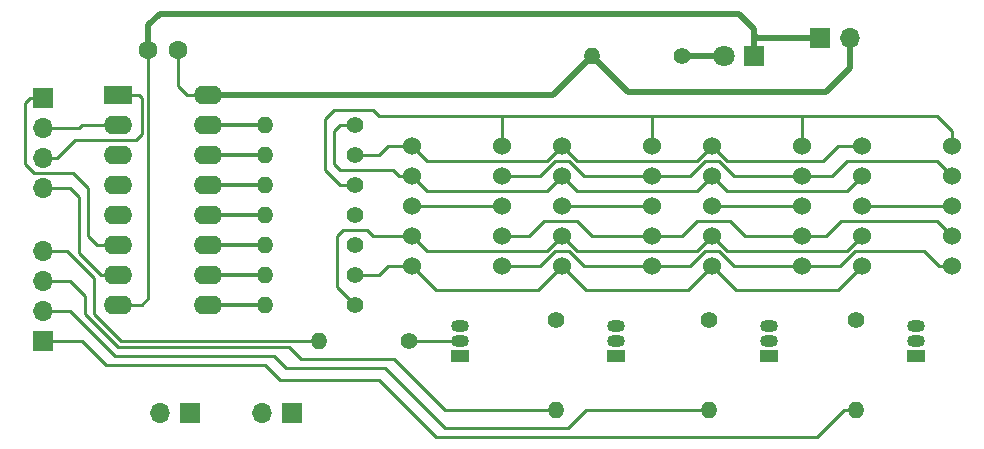
<source format=gbr>
G04 #@! TF.GenerationSoftware,KiCad,Pcbnew,(5.1.4-0-10_14)*
G04 #@! TF.CreationDate,2021-02-01T23:42:12+01:00*
G04 #@! TF.ProjectId,Display7447,44697370-6c61-4793-9734-34372e6b6963,rev?*
G04 #@! TF.SameCoordinates,Original*
G04 #@! TF.FileFunction,Copper,L1,Top*
G04 #@! TF.FilePolarity,Positive*
%FSLAX46Y46*%
G04 Gerber Fmt 4.6, Leading zero omitted, Abs format (unit mm)*
G04 Created by KiCad (PCBNEW (5.1.4-0-10_14)) date 2021-02-01 23:42:12*
%MOMM*%
%LPD*%
G04 APERTURE LIST*
%ADD10C,1.600000*%
%ADD11R,1.800000X1.800000*%
%ADD12C,1.800000*%
%ADD13O,1.700000X1.700000*%
%ADD14R,1.700000X1.700000*%
%ADD15O,1.500000X1.050000*%
%ADD16R,1.500000X1.050000*%
%ADD17O,1.400000X1.400000*%
%ADD18C,1.400000*%
%ADD19R,2.400000X1.600000*%
%ADD20O,2.400000X1.600000*%
%ADD21C,1.524000*%
%ADD22C,0.254000*%
%ADD23C,0.508000*%
%ADD24C,0.355600*%
G04 APERTURE END LIST*
D10*
X93218000Y-23622000D03*
X90718000Y-23622000D03*
D11*
X141986000Y-24130000D03*
D12*
X139446000Y-24130000D03*
D13*
X81788000Y-35306000D03*
X81788000Y-32766000D03*
X81788000Y-30226000D03*
D14*
X81788000Y-27686000D03*
D13*
X91694000Y-54356000D03*
D14*
X94234000Y-54356000D03*
X147574000Y-22606000D03*
D13*
X150114000Y-22606000D03*
D14*
X81788000Y-48260000D03*
D13*
X81788000Y-45720000D03*
X81788000Y-43180000D03*
X81788000Y-40640000D03*
D14*
X102870000Y-54356000D03*
D13*
X100330000Y-54356000D03*
D15*
X117094000Y-48260000D03*
X117094000Y-46990000D03*
D16*
X117094000Y-49530000D03*
X130302000Y-49530000D03*
D15*
X130302000Y-46990000D03*
X130302000Y-48260000D03*
X143256000Y-48260000D03*
X143256000Y-46990000D03*
D16*
X143256000Y-49530000D03*
X155702000Y-49530000D03*
D15*
X155702000Y-46990000D03*
X155702000Y-48260000D03*
D17*
X128270000Y-24130000D03*
D18*
X135890000Y-24130000D03*
X108204000Y-35052000D03*
D17*
X100584000Y-35052000D03*
X100584000Y-37592000D03*
D18*
X108204000Y-37592000D03*
X108204000Y-40132000D03*
D17*
X100584000Y-40132000D03*
X100584000Y-42672000D03*
D18*
X108204000Y-42672000D03*
X108204000Y-45212000D03*
D17*
X100584000Y-45212000D03*
X100584000Y-29972000D03*
D18*
X108204000Y-29972000D03*
X108204000Y-32512000D03*
D17*
X100584000Y-32512000D03*
X105156000Y-48260000D03*
D18*
X112776000Y-48260000D03*
D17*
X125222000Y-54102000D03*
D18*
X125222000Y-46482000D03*
X138176000Y-46482000D03*
D17*
X138176000Y-54102000D03*
D18*
X150622000Y-46482000D03*
D17*
X150622000Y-54102000D03*
D19*
X88138000Y-27432000D03*
D20*
X95758000Y-45212000D03*
X88138000Y-29972000D03*
X95758000Y-42672000D03*
X88138000Y-32512000D03*
X95758000Y-40132000D03*
X88138000Y-35052000D03*
X95758000Y-37592000D03*
X88138000Y-37592000D03*
X95758000Y-35052000D03*
X88138000Y-40132000D03*
X95758000Y-32512000D03*
X88138000Y-42672000D03*
X95758000Y-29972000D03*
X88138000Y-45212000D03*
X95758000Y-27432000D03*
D21*
X120650000Y-31750000D03*
X120650000Y-34290000D03*
X120650000Y-36830000D03*
X120650000Y-39370000D03*
X120650000Y-41910000D03*
X113030000Y-41910000D03*
X113030000Y-39370000D03*
X113030000Y-36830000D03*
X113030000Y-34290000D03*
X113030000Y-31750000D03*
X125730000Y-31750000D03*
X125730000Y-34290000D03*
X125730000Y-36830000D03*
X125730000Y-39370000D03*
X125730000Y-41910000D03*
X133350000Y-41910000D03*
X133350000Y-39370000D03*
X133350000Y-36830000D03*
X133350000Y-34290000D03*
X133350000Y-31750000D03*
X146050000Y-31750000D03*
X146050000Y-34290000D03*
X146050000Y-36830000D03*
X146050000Y-39370000D03*
X146050000Y-41910000D03*
X138430000Y-41910000D03*
X138430000Y-39370000D03*
X138430000Y-36830000D03*
X138430000Y-34290000D03*
X138430000Y-31750000D03*
X151130000Y-31750000D03*
X151130000Y-34290000D03*
X151130000Y-36830000D03*
X151130000Y-39370000D03*
X151130000Y-41910000D03*
X158750000Y-41910000D03*
X158750000Y-39370000D03*
X158750000Y-36830000D03*
X158750000Y-34290000D03*
X158750000Y-31750000D03*
D22*
X157672370Y-41910000D02*
X156402370Y-40640000D01*
X158750000Y-41910000D02*
X157672370Y-41910000D01*
X147127630Y-41910000D02*
X146050000Y-41910000D01*
X149232066Y-41910000D02*
X147127630Y-41910000D01*
X150502066Y-40640000D02*
X149232066Y-41910000D01*
X156402370Y-40640000D02*
X150502066Y-40640000D01*
X140327933Y-41910000D02*
X139057933Y-40640000D01*
X146050000Y-41910000D02*
X140327933Y-41910000D01*
X137802066Y-40640000D02*
X136532066Y-41910000D01*
X139057933Y-40640000D02*
X137802066Y-40640000D01*
X136532066Y-41910000D02*
X133350000Y-41910000D01*
X127627933Y-41910000D02*
X126357933Y-40640000D01*
X133350000Y-41910000D02*
X127627933Y-41910000D01*
X125102066Y-40640000D02*
X123832066Y-41910000D01*
X126357933Y-40640000D02*
X125102066Y-40640000D01*
X123832066Y-41910000D02*
X120650000Y-41910000D01*
X93980000Y-27432000D02*
X95758000Y-27432000D01*
X93218000Y-26670000D02*
X93980000Y-27432000D01*
X93218000Y-23622000D02*
X93218000Y-26670000D01*
D23*
X150114000Y-22606000D02*
X150114000Y-25146000D01*
X150114000Y-25146000D02*
X148082000Y-27178000D01*
X131318000Y-27178000D02*
X128270000Y-24130000D01*
X148082000Y-27178000D02*
X131318000Y-27178000D01*
X124968000Y-27432000D02*
X128270000Y-24130000D01*
X95758000Y-27432000D02*
X124968000Y-27432000D01*
D22*
X90718000Y-23622000D02*
X90718000Y-44664000D01*
X90170000Y-45212000D02*
X88138000Y-45212000D01*
X90718000Y-44664000D02*
X90170000Y-45212000D01*
D23*
X90718000Y-23622000D02*
X90718000Y-21550000D01*
X90718000Y-21550000D02*
X91694000Y-20574000D01*
X91694000Y-20574000D02*
X140716000Y-20574000D01*
X140716000Y-20574000D02*
X141986000Y-21844000D01*
X147574000Y-22606000D02*
X142240000Y-22606000D01*
X142240000Y-22606000D02*
X141986000Y-22352000D01*
X141986000Y-22352000D02*
X141986000Y-24130000D01*
X141986000Y-21844000D02*
X141986000Y-22352000D01*
X135890000Y-24130000D02*
X139446000Y-24130000D01*
D22*
X86684000Y-42672000D02*
X84836000Y-40824000D01*
X88138000Y-42672000D02*
X86684000Y-42672000D01*
X84836000Y-40824000D02*
X84836000Y-36068000D01*
X84074000Y-35306000D02*
X81788000Y-35306000D01*
X84836000Y-36068000D02*
X84074000Y-35306000D01*
X82990081Y-32766000D02*
X84514081Y-31242000D01*
X81788000Y-32766000D02*
X82990081Y-32766000D01*
X84514081Y-31242000D02*
X89662000Y-31242000D01*
X89662000Y-31242000D02*
X90170000Y-30734000D01*
X90170000Y-30734000D02*
X90170000Y-27686000D01*
X89916000Y-27432000D02*
X88138000Y-27432000D01*
X90170000Y-27686000D02*
X89916000Y-27432000D01*
X81788000Y-30226000D02*
X84836000Y-30226000D01*
X85090000Y-29972000D02*
X88138000Y-29972000D01*
X84836000Y-30226000D02*
X85090000Y-29972000D01*
X86360000Y-40132000D02*
X88138000Y-40132000D01*
X85598000Y-39370000D02*
X86360000Y-40132000D01*
X85598000Y-35306000D02*
X85598000Y-39370000D01*
X80264000Y-33274000D02*
X81026000Y-34036000D01*
X84328000Y-34036000D02*
X85598000Y-35306000D01*
X80264000Y-28106000D02*
X80264000Y-33274000D01*
X81026000Y-34036000D02*
X84328000Y-34036000D01*
X80684000Y-27686000D02*
X80264000Y-28106000D01*
X81788000Y-27686000D02*
X80684000Y-27686000D01*
X149632051Y-54102000D02*
X147346051Y-56388000D01*
X150622000Y-54102000D02*
X149632051Y-54102000D01*
X147346051Y-56388000D02*
X115062000Y-56388000D01*
X115062000Y-56388000D02*
X110236000Y-51562000D01*
X110236000Y-51562000D02*
X101854000Y-51562000D01*
X101854000Y-51562000D02*
X100584000Y-50292000D01*
X100584000Y-50292000D02*
X87122000Y-50292000D01*
X85090000Y-48260000D02*
X81788000Y-48260000D01*
X87122000Y-50292000D02*
X85090000Y-48260000D01*
X87884000Y-49530000D02*
X84074000Y-45720000D01*
X101346000Y-49530000D02*
X87884000Y-49530000D01*
X102362000Y-50546000D02*
X101346000Y-49530000D01*
X84074000Y-45720000D02*
X81788000Y-45720000D01*
X110744000Y-50546000D02*
X102362000Y-50546000D01*
X138176000Y-54102000D02*
X127762000Y-54102000D01*
X126238000Y-55626000D02*
X115824000Y-55626000D01*
X127762000Y-54102000D02*
X126238000Y-55626000D01*
X115824000Y-55626000D02*
X110744000Y-50546000D01*
X85344000Y-44450000D02*
X84074000Y-43180000D01*
X85344000Y-45974000D02*
X85344000Y-44450000D01*
X102616000Y-48768000D02*
X88138000Y-48768000D01*
X111506000Y-49784000D02*
X103632000Y-49784000D01*
X115824000Y-54102000D02*
X111506000Y-49784000D01*
X103632000Y-49784000D02*
X102616000Y-48768000D01*
X84074000Y-43180000D02*
X81788000Y-43180000D01*
X88138000Y-48768000D02*
X85344000Y-45974000D01*
X125222000Y-54102000D02*
X115824000Y-54102000D01*
X105156000Y-48260000D02*
X88392000Y-48260000D01*
X88392000Y-48260000D02*
X86106000Y-45974000D01*
X86106000Y-45974000D02*
X86106000Y-42926000D01*
X83820000Y-40640000D02*
X81788000Y-40640000D01*
X86106000Y-42926000D02*
X83820000Y-40640000D01*
X112776000Y-48260000D02*
X117094000Y-48260000D01*
X113030000Y-36830000D02*
X120650000Y-36830000D01*
X133350000Y-36830000D02*
X132272370Y-36830000D01*
X125730000Y-36830000D02*
X133350000Y-36830000D01*
X139507630Y-36830000D02*
X146050000Y-36830000D01*
X138430000Y-36830000D02*
X139507630Y-36830000D01*
X158750000Y-36830000D02*
X151130000Y-36830000D01*
X158750000Y-31750000D02*
X158750000Y-30480000D01*
X158750000Y-30480000D02*
X157480000Y-29210000D01*
X146050000Y-31750000D02*
X146050000Y-29210000D01*
X146050000Y-29210000D02*
X133350000Y-29210000D01*
X157480000Y-29210000D02*
X146050000Y-29210000D01*
X133350000Y-31750000D02*
X133350000Y-29210000D01*
X120650000Y-31750000D02*
X120650000Y-29210000D01*
X120650000Y-29210000D02*
X112268000Y-29210000D01*
X133350000Y-29210000D02*
X120650000Y-29210000D01*
X108204000Y-35052000D02*
X106934000Y-35052000D01*
X106934000Y-35052000D02*
X105664000Y-33782000D01*
X105664000Y-33782000D02*
X105664000Y-29464000D01*
X105664000Y-29464000D02*
X106426000Y-28702000D01*
X106426000Y-28702000D02*
X109728000Y-28702000D01*
X110236000Y-29210000D02*
X112268000Y-29210000D01*
X109728000Y-28702000D02*
X110236000Y-29210000D01*
D24*
X95758000Y-35052000D02*
X100584000Y-35052000D01*
X95758000Y-37592000D02*
X100584000Y-37592000D01*
D22*
X148590000Y-34290000D02*
X146050000Y-34290000D01*
X149860000Y-33020000D02*
X148590000Y-34290000D01*
X157480000Y-33020000D02*
X149860000Y-33020000D01*
X158750000Y-34290000D02*
X157480000Y-33020000D01*
X140327933Y-34290000D02*
X139057933Y-33020000D01*
X146050000Y-34290000D02*
X140327933Y-34290000D01*
X137802066Y-33020000D02*
X136532066Y-34290000D01*
X139057933Y-33020000D02*
X137802066Y-33020000D01*
X136532066Y-34290000D02*
X133350000Y-34290000D01*
X125102066Y-33020000D02*
X123832066Y-34290000D01*
X126357933Y-33020000D02*
X125102066Y-33020000D01*
X127627933Y-34290000D02*
X126357933Y-33020000D01*
X133350000Y-34290000D02*
X127627933Y-34290000D01*
X123832066Y-34290000D02*
X120650000Y-34290000D01*
X158750000Y-39370000D02*
X157480000Y-38100000D01*
X157480000Y-38100000D02*
X149352000Y-38100000D01*
X149352000Y-38100000D02*
X148082000Y-39370000D01*
X148082000Y-39370000D02*
X146050000Y-39370000D01*
X146050000Y-39370000D02*
X141224000Y-39370000D01*
X141224000Y-39370000D02*
X139954000Y-38100000D01*
X139954000Y-38100000D02*
X137160000Y-38100000D01*
X137160000Y-38100000D02*
X135890000Y-39370000D01*
X135890000Y-39370000D02*
X133350000Y-39370000D01*
X122936000Y-39370000D02*
X120650000Y-39370000D01*
X124206000Y-38100000D02*
X122936000Y-39370000D01*
X128270000Y-39370000D02*
X127000000Y-38100000D01*
X127000000Y-38100000D02*
X124206000Y-38100000D01*
X133350000Y-39370000D02*
X128270000Y-39370000D01*
D24*
X97313600Y-40132000D02*
X100584000Y-40132000D01*
X95758000Y-40132000D02*
X97313600Y-40132000D01*
X95758000Y-42672000D02*
X100584000Y-42672000D01*
D22*
X151130000Y-41910000D02*
X149098000Y-43942000D01*
X140462000Y-43942000D02*
X138430000Y-41910000D01*
X149098000Y-43942000D02*
X140462000Y-43942000D01*
X138430000Y-41910000D02*
X136398000Y-43942000D01*
X127762000Y-43942000D02*
X125730000Y-41910000D01*
X136398000Y-43942000D02*
X127762000Y-43942000D01*
X115062000Y-43942000D02*
X113030000Y-41910000D01*
X123698000Y-43942000D02*
X115062000Y-43942000D01*
X125730000Y-41910000D02*
X123698000Y-43942000D01*
X108204000Y-42672000D02*
X110236000Y-42672000D01*
X110998000Y-41910000D02*
X113030000Y-41910000D01*
X110236000Y-42672000D02*
X110998000Y-41910000D01*
X151130000Y-39370000D02*
X149860000Y-40640000D01*
X139700000Y-40640000D02*
X138430000Y-39370000D01*
X149860000Y-40640000D02*
X139700000Y-40640000D01*
X137160000Y-40640000D02*
X127000000Y-40640000D01*
X127000000Y-40640000D02*
X125730000Y-39370000D01*
X138430000Y-39370000D02*
X137160000Y-40640000D01*
X125730000Y-39370000D02*
X124460000Y-40640000D01*
X114300000Y-40640000D02*
X113030000Y-39370000D01*
X124460000Y-40640000D02*
X114300000Y-40640000D01*
X113030000Y-39370000D02*
X109728000Y-39370000D01*
X109728000Y-39370000D02*
X109220000Y-38862000D01*
X109220000Y-38862000D02*
X107188000Y-38862000D01*
X107188000Y-38862000D02*
X106680000Y-39370000D01*
X106680000Y-43688000D02*
X108204000Y-45212000D01*
X106680000Y-39370000D02*
X106680000Y-43688000D01*
D24*
X97313600Y-45212000D02*
X100584000Y-45212000D01*
X95758000Y-45212000D02*
X97313600Y-45212000D01*
X95758000Y-29972000D02*
X100584000Y-29972000D01*
D22*
X139700000Y-35560000D02*
X138430000Y-34290000D01*
X149860000Y-35560000D02*
X139700000Y-35560000D01*
X151130000Y-34290000D02*
X149860000Y-35560000D01*
X138430000Y-34290000D02*
X137160000Y-35560000D01*
X127000000Y-35560000D02*
X125730000Y-34290000D01*
X137160000Y-35560000D02*
X127000000Y-35560000D01*
X125730000Y-34290000D02*
X124460000Y-35560000D01*
X114300000Y-35560000D02*
X113030000Y-34290000D01*
X124460000Y-35560000D02*
X114300000Y-35560000D01*
X111952370Y-34290000D02*
X111444370Y-33782000D01*
X113030000Y-34290000D02*
X111952370Y-34290000D01*
X111444370Y-33782000D02*
X106934000Y-33782000D01*
X106934000Y-33782000D02*
X106426000Y-33274000D01*
X106426000Y-33274000D02*
X106426000Y-30480000D01*
X106934000Y-29972000D02*
X108204000Y-29972000D01*
X106426000Y-30480000D02*
X106934000Y-29972000D01*
X151130000Y-31750000D02*
X149098000Y-31750000D01*
X149098000Y-31750000D02*
X147828000Y-33020000D01*
X139700000Y-33020000D02*
X138430000Y-31750000D01*
X147828000Y-33020000D02*
X139700000Y-33020000D01*
X127000000Y-33020000D02*
X125730000Y-31750000D01*
X137160000Y-33020000D02*
X127000000Y-33020000D01*
X138430000Y-31750000D02*
X137160000Y-33020000D01*
X124460000Y-33020000D02*
X114300000Y-33020000D01*
X114300000Y-33020000D02*
X113030000Y-31750000D01*
X125730000Y-31750000D02*
X124460000Y-33020000D01*
X108204000Y-32512000D02*
X110236000Y-32512000D01*
X110998000Y-31750000D02*
X113030000Y-31750000D01*
X110236000Y-32512000D02*
X110998000Y-31750000D01*
D24*
X95758000Y-32512000D02*
X100584000Y-32512000D01*
M02*

</source>
